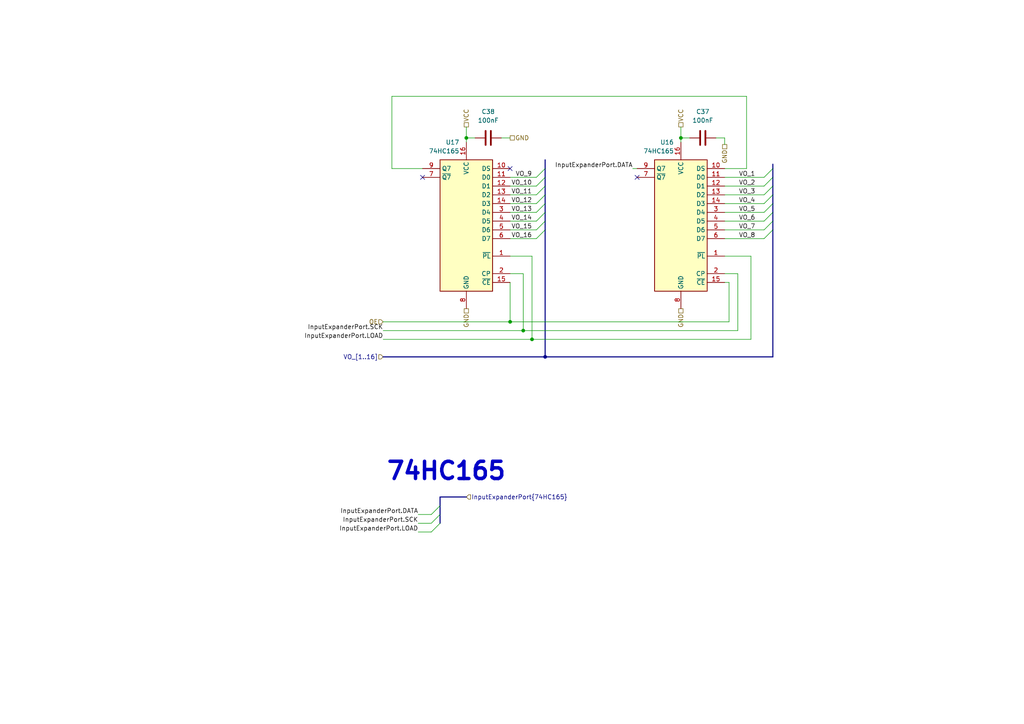
<source format=kicad_sch>
(kicad_sch (version 20231120) (generator "eeschema") (generator_version "8.0")
  (paper "A4")
  (lib_symbols
    (symbol "74xx:74HC165"
      (property "Reference" "U" (at -7.62 19.05 0))
      (property "Value" "74HC165" (at -7.62 -21.59 0))
      (symbol "74HC165_1_0"
        (pin input line (at -12.7 -10.16 0) (length 5.08) (name "~{PL}") (number "1"))
        (pin input line (at -12.7 15.24 0) (length 5.08) (name "DS") (number "10"))
        (pin input line (at -12.7 12.7 0) (length 5.08) (name "D0") (number "11"))
        (pin input line (at -12.7 10.16 0) (length 5.08) (name "D1") (number "12"))
        (pin input line (at -12.7 7.62 0) (length 5.08) (name "D2") (number "13"))
        (pin input line (at -12.7 5.08 0) (length 5.08) (name "D3") (number "14"))
        (pin input line (at -12.7 -17.78 0) (length 5.08) (name "~{CE}") (number "15"))
        (pin power_in line (at 0 22.86 270) (length 5.08) (name "VCC") (number "16"))
        (pin input line (at -12.7 -15.24 0) (length 5.08) (name "CP") (number "2"))
        (pin input line (at -12.7 2.54 0) (length 5.08) (name "D4") (number "3"))
        (pin input line (at -12.7 0 0) (length 5.08) (name "D5") (number "4"))
        (pin input line (at -12.7 -2.54 0) (length 5.08) (name "D6") (number "5"))
        (pin input line (at -12.7 -5.08 0) (length 5.08) (name "D7") (number "6"))
        (pin output line (at 12.7 12.7 180) (length 5.08) (name "~{Q7}") (number "7"))
        (pin power_in line (at 0 -25.4 90) (length 5.08) (name "GND") (number "8"))
        (pin output line (at 12.7 15.24 180) (length 5.08) (name "Q7") (number "9"))
      )
      (symbol "74HC165_1_1"
        (rectangle (start -7.62 17.78) (end 7.62 -20.32) (stroke (width 0.254)) (fill (type background)))
      )
    )
    (symbol "Device:C" (pin_numbers hide) (pin_names (offset 0.254))
      (property "Reference" "C" (at 0.635 2.54 0))
      (property "Value" "C" (at 0.635 -2.54 0))
      (symbol "C_0_1"
        (polyline (pts (xy -2.032 -0.762) (xy 2.032 -0.762)) (stroke (width 0.508)))
        (polyline (pts (xy -2.032 0.762) (xy 2.032 0.762)) (stroke (width 0.508)))
      )
      (symbol "C_1_1"
        (pin passive line (at 0 3.81 270) (length 2.794) (name "~") (number "1"))
        (pin passive line (at 0 -3.81 90) (length 2.794) (name "~") (number "2"))
      )
    )
  )
  (bus_alias "74HC165" (members "DATA" "SCK" "LOAD"))
  (junction (at 154.305 98.425))
  (junction (at 151.765 95.885))
  (junction (at 147.955 93.345))
  (junction (at 158.115 103.505))
  (junction (at 197.485 40.005))
  (junction (at 135.255 40.005))
  (no_connect (at 184.785 51.435))
  (no_connect (at 147.955 48.895))
  (no_connect (at 122.555 51.435))
  (bus_entry (at 158.115 59.055) (size -2.54 2.54))
  (bus_entry (at 125.095 151.765) (size 2.54 -2.54))
  (bus_entry (at 158.115 61.595) (size -2.54 2.54))
  (bus_entry (at 158.115 56.515) (size -2.54 2.54))
  (bus_entry (at 158.115 53.975) (size -2.54 2.54))
  (bus_entry (at 158.115 51.435) (size -2.54 2.54))
  (bus_entry (at 224.155 48.895) (size -2.54 2.54))
  (bus_entry (at 224.155 64.135) (size -2.54 2.54))
  (bus_entry (at 125.095 154.305) (size 2.54 -2.54))
  (bus_entry (at 125.095 149.225) (size 2.54 -2.54))
  (bus_entry (at 224.155 53.975) (size -2.54 2.54))
  (bus_entry (at 224.155 61.595) (size -2.54 2.54))
  (bus_entry (at 158.115 64.135) (size -2.54 2.54))
  (bus_entry (at 158.115 66.675) (size -2.54 2.54))
  (bus_entry (at 224.155 56.515) (size -2.54 2.54))
  (bus_entry (at 158.115 48.895) (size -2.54 2.54))
  (bus_entry (at 224.155 59.055) (size -2.54 2.54))
  (bus_entry (at 224.155 66.675) (size -2.54 2.54))
  (bus_entry (at 224.155 51.435) (size -2.54 2.54))
  (wire (pts (xy 155.575 51.435) (xy 147.955 51.435)))
  (bus (pts (xy 224.155 56.515) (xy 224.155 59.055)))
  (bus (pts (xy 127.635 151.765) (xy 127.635 149.225)))
  (bus (pts (xy 158.115 66.675) (xy 158.115 103.505)))
  (wire (pts (xy 113.665 48.895) (xy 113.665 27.94)))
  (wire (pts (xy 216.535 48.895) (xy 210.185 48.895)))
  (wire (pts (xy 155.575 64.135) (xy 147.955 64.135)))
  (wire (pts (xy 125.095 149.225) (xy 121.285 149.225)))
  (bus (pts (xy 224.155 51.435) (xy 224.155 53.975)))
  (bus (pts (xy 158.115 61.595) (xy 158.115 64.135)))
  (wire (pts (xy 155.575 56.515) (xy 147.955 56.515)))
  (wire (pts (xy 184.785 48.895) (xy 183.515 48.895)))
  (bus (pts (xy 224.155 61.595) (xy 224.155 64.135)))
  (wire (pts (xy 200.025 40.005) (xy 197.485 40.005)))
  (wire (pts (xy 125.095 151.765) (xy 121.285 151.765)))
  (bus (pts (xy 158.115 59.055) (xy 158.115 61.595)))
  (bus (pts (xy 158.115 48.895) (xy 158.115 51.435)))
  (wire (pts (xy 221.615 64.135) (xy 210.185 64.135)))
  (wire (pts (xy 210.185 41.91) (xy 210.185 40.005)))
  (wire (pts (xy 210.185 40.005) (xy 207.645 40.005)))
  (bus (pts (xy 127.635 146.685) (xy 127.635 144.145)))
  (wire (pts (xy 221.615 51.435) (xy 210.185 51.435)))
  (wire (pts (xy 147.955 74.295) (xy 154.305 74.295)))
  (wire (pts (xy 155.575 61.595) (xy 147.955 61.595)))
  (wire (pts (xy 210.185 81.915) (xy 211.455 81.915)))
  (wire (pts (xy 197.485 40.005) (xy 197.485 41.275)))
  (bus (pts (xy 224.155 103.505) (xy 158.115 103.505)))
  (wire (pts (xy 221.615 69.215) (xy 210.185 69.215)))
  (bus (pts (xy 224.155 53.975) (xy 224.155 56.515)))
  (wire (pts (xy 216.535 27.94) (xy 216.535 48.895)))
  (wire (pts (xy 211.455 93.345) (xy 147.955 93.345)))
  (wire (pts (xy 151.765 79.375) (xy 151.765 95.885)))
  (wire (pts (xy 155.575 59.055) (xy 147.955 59.055)))
  (wire (pts (xy 135.255 40.005) (xy 135.255 41.275)))
  (wire (pts (xy 217.805 98.425) (xy 154.305 98.425)))
  (wire (pts (xy 210.185 79.375) (xy 213.995 79.375)))
  (wire (pts (xy 151.765 95.885) (xy 111.125 95.885)))
  (wire (pts (xy 155.575 53.975) (xy 147.955 53.975)))
  (wire (pts (xy 147.955 79.375) (xy 151.765 79.375)))
  (wire (pts (xy 147.955 93.345) (xy 111.125 93.345)))
  (wire (pts (xy 221.615 66.675) (xy 210.185 66.675)))
  (bus (pts (xy 158.115 64.135) (xy 158.115 66.675)))
  (bus (pts (xy 158.115 56.515) (xy 158.115 59.055)))
  (wire (pts (xy 217.805 74.295) (xy 217.805 98.425)))
  (wire (pts (xy 125.095 154.305) (xy 121.285 154.305)))
  (wire (pts (xy 113.665 27.94) (xy 216.535 27.94)))
  (wire (pts (xy 213.995 95.885) (xy 151.765 95.885)))
  (wire (pts (xy 154.305 98.425) (xy 111.125 98.425)))
  (wire (pts (xy 135.255 36.83) (xy 135.255 40.005)))
  (bus (pts (xy 224.155 66.675) (xy 224.155 103.505)))
  (wire (pts (xy 210.185 74.295) (xy 217.805 74.295)))
  (wire (pts (xy 155.575 69.215) (xy 147.955 69.215)))
  (bus (pts (xy 224.155 59.055) (xy 224.155 61.595)))
  (wire (pts (xy 211.455 81.915) (xy 211.455 93.345)))
  (bus (pts (xy 224.155 47.625) (xy 224.155 48.895)))
  (wire (pts (xy 147.955 81.915) (xy 147.955 93.345)))
  (bus (pts (xy 127.635 149.225) (xy 127.635 146.685)))
  (wire (pts (xy 155.575 66.675) (xy 147.955 66.675)))
  (bus (pts (xy 127.635 144.145) (xy 135.255 144.145)))
  (bus (pts (xy 158.115 46.355) (xy 158.115 48.895)))
  (wire (pts (xy 221.615 53.975) (xy 210.185 53.975)))
  (wire (pts (xy 147.955 40.005) (xy 145.415 40.005)))
  (bus (pts (xy 224.155 48.895) (xy 224.155 51.435)))
  (wire (pts (xy 221.615 61.595) (xy 210.185 61.595)))
  (bus (pts (xy 158.115 53.975) (xy 158.115 56.515)))
  (wire (pts (xy 221.615 59.055) (xy 210.185 59.055)))
  (bus (pts (xy 224.155 64.135) (xy 224.155 66.675)))
  (bus (pts (xy 158.115 51.435) (xy 158.115 53.975)))
  (wire (pts (xy 122.555 48.895) (xy 113.665 48.895)))
  (wire (pts (xy 137.795 40.005) (xy 135.255 40.005)))
  (wire (pts (xy 213.995 79.375) (xy 213.995 95.885)))
  (bus (pts (xy 158.115 103.505) (xy 111.125 103.505)))
  (wire (pts (xy 197.485 36.83) (xy 197.485 40.005)))
  (wire (pts (xy 154.305 74.295) (xy 154.305 98.425)))
  (wire (pts (xy 221.615 56.515) (xy 210.185 56.515)))
  (text "74HC165\n" (at 111.76 139.7 0) (effects (font (size 5 5) (thickness 1) (bold yes)) (justify left bottom)))
  (label "VO_1" (at 219.075 51.435 180))
  (label "VO_8" (at 219.075 69.215 180))
  (label "InputExpanderPort.LOAD" (at 111.125 98.425 180))
  (label "VO_3" (at 219.075 56.515 180))
  (label "VO_9" (at 154.305 51.435 180))
  (label "VO_12" (at 154.305 59.055 180))
  (label "VO_15" (at 154.305 66.675 180))
  (label "InputExpanderPort.SCK" (at 111.125 95.885 180))
  (label "VO_16" (at 154.305 69.215 180))
  (label "VO_5" (at 219.075 61.595 180))
  (label "VO_2" (at 219.075 53.975 180))
  (label "InputExpanderPort.SCK" (at 121.285 151.765 180))
  (label "VO_6" (at 219.075 64.135 180))
  (label "InputExpanderPort.DATA" (at 183.515 48.895 180))
  (label "VO_13" (at 154.305 61.595 180))
  (label "InputExpanderPort.LOAD" (at 121.285 154.305 180))
  (label "VO_11" (at 154.305 56.515 180))
  (label "InputExpanderPort.DATA" (at 121.285 149.225 180))
  (label "VO_7" (at 219.075 66.675 180))
  (label "VO_10" (at 154.305 53.975 180))
  (label "VO_14" (at 154.305 64.135 180))
  (label "VO_4" (at 219.075 59.055 180))
  (hierarchical_label "GND" (shape passive) (at 210.185 41.91 270))
  (hierarchical_label "GND" (shape passive) (at 197.485 89.535 270))
  (hierarchical_label "OE" (shape input) (at 111.125 93.345 180))
  (hierarchical_label "VCC" (shape passive) (at 135.255 36.83 90))
  (hierarchical_label "GND" (shape passive) (at 135.255 89.535 270))
  (hierarchical_label "VO_[1..16]" (shape input) (at 111.125 103.505 180))
  (hierarchical_label "GND" (shape passive) (at 147.955 40.005 0))
  (hierarchical_label "InputExpanderPort{74HC165}" (shape input) (at 135.255 144.145 0))
  (hierarchical_label "VCC" (shape passive) (at 197.485 36.83 90))
  (symbol (lib_id "74xx:74HC165") (at 197.485 64.135 0) (mirror y) (unit 1)
    (property "Reference" "U16" (at 195.4656 41.275 0) (effects (justify left)))
    (property "Value" "74HC165" (at 195.4656 43.815 0) (effects (justify left)))
    (property "Footprint" "SpiritBoi_Footprint_Library:Package-IC-Vert-SMD-1.27mm-16P-SOIC_16_Narrow_3.92x10.2mm" (effects (hide yes)))
    (property "Datasheet" "https://assets.nexperia.com/documents/data-sheet/74HC_HCT165.pdf" (effects (hide yes)))
  )
  (symbol (lib_id "74xx:74HC165") (at 135.255 64.135 0) (mirror y) (unit 1)
    (property "Reference" "U17" (at 133.2356 41.275 0) (effects (justify left)))
    (property "Value" "74HC165" (at 133.2356 43.815 0) (effects (justify left)))
    (property "Footprint" "SpiritBoi_Footprint_Library:Package-IC-Vert-SMD-1.27mm-16P-SOIC_16_Narrow_3.92x10.2mm" (effects (hide yes)))
    (property "Datasheet" "https://assets.nexperia.com/documents/data-sheet/74HC_HCT165.pdf" (effects (hide yes)))
  )
  (symbol (lib_id "Device:C") (at 203.835 40.005 270) (mirror x) (unit 1)
    (property "Reference" "C37" (at 203.835 32.385 90))
    (property "Value" "100nF" (at 203.835 34.925 90))
    (property "Footprint" "SpiritBoi_Footprint_Library:C_0603" (effects (hide yes)))
  )
  (symbol (lib_id "Device:C") (at 141.605 40.005 270) (mirror x) (unit 1)
    (property "Reference" "C38" (at 141.605 32.385 90))
    (property "Value" "100nF" (at 141.605 34.925 90))
    (property "Footprint" "SpiritBoi_Footprint_Library:C_0603" (effects (hide yes)))
  )
)
</source>
